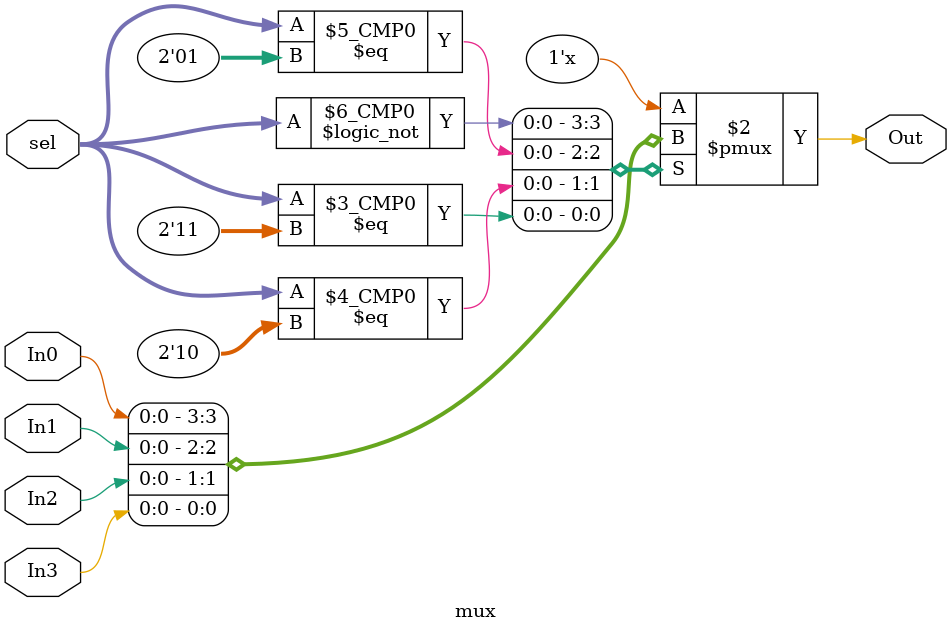
<source format=v>
`timescale 1ns / 1ps


module mux(
    //set up inputs, outputs
    input In0,
    input In1,
    input In2,
    input In3,
    input [1:0] sel, //2 bit selector for 4 inputs
    output reg Out //register output
    );
    
    always@(In0, In1, In2, In3, sel)
    case(sel) //selects what input value output register takes
      2'd0: Out <= In0;
      2'd1: Out <= In1;
      2'd2: Out <= In2;
      2'd3: Out <= In3;
      default: Out <= In0;
    endcase
    
endmodule

</source>
